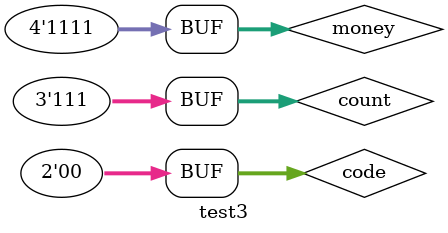
<source format=v>
`timescale 1ns / 1ps


module test3;

	// Inputs
	reg [1:0] code;
	reg [2:0] count;
	reg [3:0] money;

	// Outputs
	wire posibility;
	wire [3:0] remaining;

	// Instantiate the Unit Under Test (UUT)
	vendingmachine uut (
		.code(code), 
		.count(count), 
		.money(money), 
		.posibility(posibility), 
		.remaining(remaining)
	);

	initial begin
		// Initialize Inputs
		code = 0;
		count = 0;
		money = 0;

		// Wait 100 ns for global reset to finish
		#100;
     
		code = 2'b10;
		count = 3'b001;
		money = 4'b1111;
		// Add stimulus here
		#100;
		code = 2'b10;
		count = 3'b001;
		money = 4'b1111;
		
		#100;
		code = 2'b01;
		count = 3'b001;
		money = 4'b1111;
		
		#100;
		code = 2'b00;
		count = 3'b111;
		money = 4'b1111;
	end
      
endmodule


</source>
